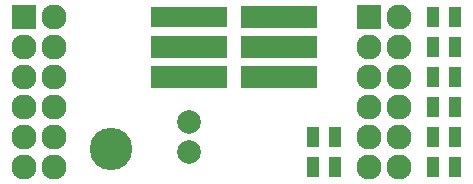
<source format=gbr>
%FSLAX46Y46*%
G04 Gerber Fmt 4.6, Leading zero omitted, Abs format (unit mm)*
G04 Created by KiCad (PCBNEW (2014-08-21 BZR 5087)-product) date Dom 15 Mar 2015 17:53:44 WET*
%MOMM*%
G01*
G04 APERTURE LIST*
%ADD10C,0.100000*%
%ADD11R,2.127200X2.127200*%
%ADD12O,2.127200X2.127200*%
%ADD13C,2.000000*%
%ADD14R,6.399480X1.924000*%
%ADD15R,6.399480X1.700480*%
%ADD16R,1.100000X1.700000*%
%ADD17C,3.600000*%
G04 APERTURE END LIST*
D10*
D11*
X161290000Y-97790000D03*
D12*
X163830000Y-97790000D03*
X161290000Y-100330000D03*
X163830000Y-100330000D03*
X161290000Y-102870000D03*
X163830000Y-102870000D03*
X161290000Y-105410000D03*
X163830000Y-105410000D03*
X161290000Y-107950000D03*
X163830000Y-107950000D03*
X161290000Y-110490000D03*
X163830000Y-110490000D03*
D11*
X132080000Y-97790000D03*
D12*
X134620000Y-97790000D03*
X132080000Y-100330000D03*
X134620000Y-100330000D03*
X132080000Y-102870000D03*
X134620000Y-102870000D03*
X132080000Y-105410000D03*
X134620000Y-105410000D03*
X132080000Y-107950000D03*
X134620000Y-107950000D03*
X132080000Y-110490000D03*
X134620000Y-110490000D03*
D13*
X146050000Y-106680000D03*
X146050000Y-109220000D03*
D14*
X153670000Y-97790000D03*
X153670000Y-100330000D03*
X153670000Y-102870000D03*
X146050000Y-102870000D03*
X146050000Y-100330000D03*
D15*
X146050000Y-97790000D03*
D16*
X158430000Y-107950000D03*
X156530000Y-107950000D03*
X158430000Y-110490000D03*
X156530000Y-110490000D03*
X168590000Y-97790000D03*
X166690000Y-97790000D03*
X168590000Y-100330000D03*
X166690000Y-100330000D03*
X168590000Y-102870000D03*
X166690000Y-102870000D03*
X168590000Y-105410000D03*
X166690000Y-105410000D03*
X168590000Y-107950000D03*
X166690000Y-107950000D03*
X168590000Y-110490000D03*
X166690000Y-110490000D03*
D17*
X139446000Y-108966000D03*
M02*

</source>
